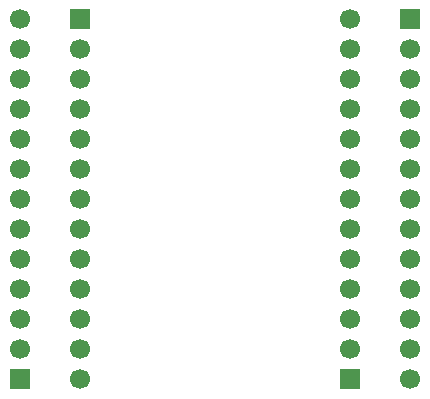
<source format=gbr>
G04 DipTrace 3.3.1.3*
G04 Top.gbr*
%MOIN*%
G04 #@! TF.FileFunction,Copper,L1,Top*
G04 #@! TF.Part,Single*
G04 #@! TA.AperFunction,ComponentPad*
%ADD15R,0.066929X0.066929*%
%ADD16C,0.066929*%
%FSLAX26Y26*%
G04*
G70*
G90*
G75*
G01*
G04 Top*
%LPD*%
D15*
X693700Y1943700D3*
D16*
Y1843700D3*
Y1743700D3*
Y1643700D3*
Y1543700D3*
Y1443700D3*
Y1343700D3*
Y1243700D3*
Y1143700D3*
Y1043700D3*
Y943700D3*
Y843700D3*
Y743700D3*
D15*
X1793700Y1943700D3*
D16*
Y1843700D3*
Y1743700D3*
Y1643700D3*
Y1543700D3*
Y1443700D3*
Y1343700D3*
Y1243700D3*
Y1143700D3*
Y1043700D3*
Y943700D3*
Y843700D3*
Y743700D3*
D15*
X493700D3*
D16*
Y843700D3*
Y943700D3*
Y1043700D3*
Y1143700D3*
Y1243700D3*
Y1343700D3*
Y1443700D3*
Y1543700D3*
Y1643700D3*
Y1743700D3*
Y1843700D3*
Y1943700D3*
D15*
X1593700Y743700D3*
D16*
Y843700D3*
Y943700D3*
Y1043700D3*
Y1143700D3*
Y1243700D3*
Y1343700D3*
Y1443700D3*
Y1543700D3*
Y1643700D3*
Y1743700D3*
Y1843700D3*
Y1943700D3*
M02*

</source>
